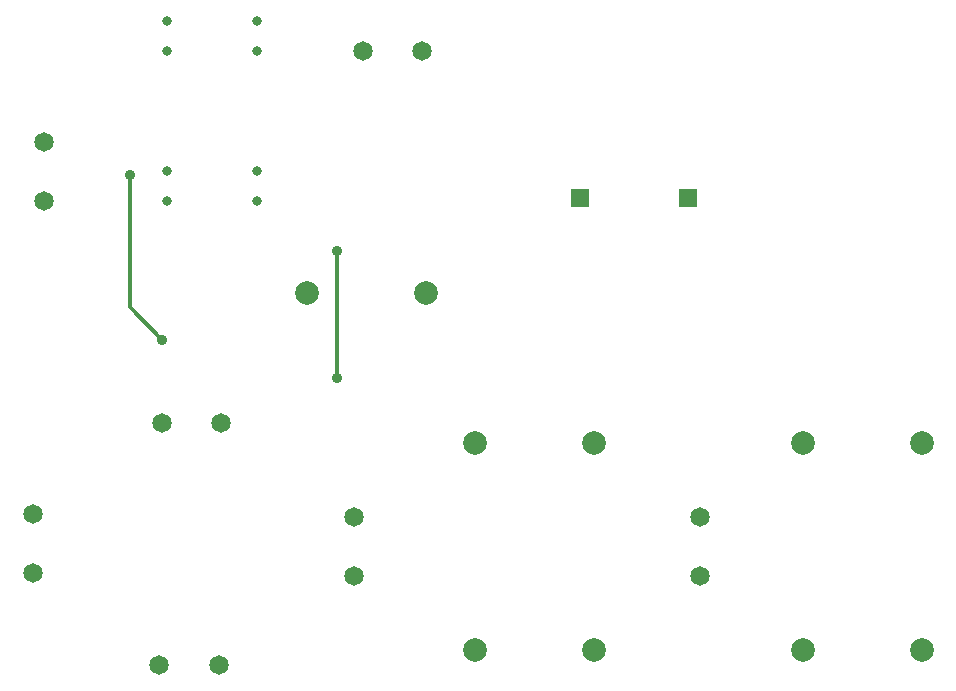
<source format=gbr>
%TF.GenerationSoftware,KiCad,Pcbnew,7.0.7*%
%TF.CreationDate,2024-05-15T22:38:26+02:00*%
%TF.ProjectId,PCB,5043422e-6b69-4636-9164-5f7063625858,rev?*%
%TF.SameCoordinates,Original*%
%TF.FileFunction,Copper,L2,Bot*%
%TF.FilePolarity,Positive*%
%FSLAX46Y46*%
G04 Gerber Fmt 4.6, Leading zero omitted, Abs format (unit mm)*
G04 Created by KiCad (PCBNEW 7.0.7) date 2024-05-15 22:38:26*
%MOMM*%
%LPD*%
G01*
G04 APERTURE LIST*
%TA.AperFunction,ComponentPad*%
%ADD10C,2.000000*%
%TD*%
%TA.AperFunction,ComponentPad*%
%ADD11R,1.524000X1.524000*%
%TD*%
%TA.AperFunction,ComponentPad*%
%ADD12C,1.650000*%
%TD*%
%TA.AperFunction,ComponentPad*%
%ADD13C,0.800000*%
%TD*%
%TA.AperFunction,ViaPad*%
%ADD14C,0.900000*%
%TD*%
%TA.AperFunction,Conductor*%
%ADD15C,0.350000*%
%TD*%
G04 APERTURE END LIST*
D10*
%TO.P,R2,2*%
%TO.N,Net-(J5-Pin_2)*%
X132597000Y-114000000D03*
%TO.P,R2,1*%
%TO.N,Net-(J4-Pin_2)*%
X122564000Y-114000000D03*
%TD*%
D11*
%TO.P,SW1,2,A*%
%TO.N,GND*%
X140572000Y-75750000D03*
%TO.P,SW1,1,A*%
%TO.N,Net-(J6-Pin_1)*%
X131428000Y-75750000D03*
%TD*%
D12*
%TO.P,J7,2*%
%TO.N,N/C*%
X86072000Y-71000000D03*
%TO.P,J7,1,Pin_1*%
%TO.N,Net-(J7-Pin_1)*%
X86072000Y-76000000D03*
%TD*%
%TO.P,J6,2,Pin_2*%
%TO.N,Net-(J6-Pin_2)*%
X113072000Y-63250000D03*
%TO.P,J6,1,Pin_1*%
%TO.N,Net-(J6-Pin_1)*%
X118072000Y-63250000D03*
%TD*%
%TO.P,J5,2,Pin_2*%
%TO.N,Net-(J5-Pin_2)*%
X141572000Y-107750000D03*
%TO.P,J5,1,Pin_1*%
%TO.N,Net-(J5-Pin_1)*%
X141572000Y-102750000D03*
%TD*%
%TO.P,J4,2,Pin_2*%
%TO.N,Net-(J4-Pin_2)*%
X112322000Y-107750000D03*
%TO.P,J4,1,Pin_1*%
%TO.N,Net-(J4-Pin_1)*%
X112322000Y-102750000D03*
%TD*%
%TO.P,J3,2,Pin_2*%
%TO.N,Net-(J1-Pin_2)*%
X95822000Y-115250000D03*
%TO.P,J3,1,Pin_1*%
%TO.N,GND*%
X100822000Y-115250000D03*
%TD*%
%TO.P,J2,1,Pin_1*%
%TO.N,GND*%
X101072000Y-94750000D03*
%TO.P,J2,2,Pin_2*%
%TO.N,Net-(J1-Pin_2)*%
X96072000Y-94750000D03*
%TD*%
%TO.P,J1,1,Pin_1*%
%TO.N,GND*%
X85072000Y-107500000D03*
%TO.P,J1,2,Pin_2*%
%TO.N,Net-(J1-Pin_2)*%
X85072000Y-102500000D03*
%TD*%
D13*
%TO.P,U3,8*%
%TO.N,Net-(J7-Pin_1)*%
X96452000Y-75950000D03*
%TO.P,U3,7*%
%TO.N,unconnected-(U3-Pad7)*%
X96452000Y-73410000D03*
%TO.P,U3,6*%
%TO.N,unconnected-(U3-Pad6)*%
X96452000Y-63250000D03*
%TO.P,U3,5*%
%TO.N,Net-(J1-Pin_2)*%
X96452000Y-60710000D03*
%TO.P,U3,4*%
%TO.N,unconnected-(U3-Pad4)*%
X104072000Y-75950000D03*
%TO.P,U3,3*%
%TO.N,GND*%
X104072000Y-73410000D03*
%TO.P,U3,2*%
%TO.N,Net-(J6-Pin_2)*%
X104072000Y-63250000D03*
%TO.P,U3,1*%
%TO.N,unconnected-(U3-Pad1)*%
X104072000Y-60710000D03*
%TD*%
D10*
%TO.P,R5,2*%
%TO.N,Net-(J6-Pin_1)*%
X118347000Y-83750000D03*
%TO.P,R5,1*%
%TO.N,Net-(J1-Pin_2)*%
X108314000Y-83750000D03*
%TD*%
%TO.P,R4,1*%
%TO.N,Net-(J5-Pin_2)*%
X150314000Y-114000000D03*
%TO.P,R4,2*%
%TO.N,GND*%
X160347000Y-114000000D03*
%TD*%
%TO.P,R3,2*%
%TO.N,GND*%
X160347000Y-96500000D03*
%TO.P,R3,1*%
%TO.N,Net-(J5-Pin_1)*%
X150314000Y-96500000D03*
%TD*%
%TO.P,R1,1*%
%TO.N,Net-(J4-Pin_1)*%
X122564000Y-96500000D03*
%TO.P,R1,2*%
%TO.N,Net-(J5-Pin_1)*%
X132597000Y-96500000D03*
%TD*%
D14*
%TO.N,GND*%
X110822000Y-80250000D03*
X110822000Y-91000000D03*
%TO.N,Net-(J1-Pin_2)*%
X96072000Y-87750000D03*
X93322000Y-73750000D03*
%TD*%
D15*
%TO.N,GND*%
X110822000Y-80250000D02*
X110822000Y-80160000D01*
X110822000Y-91000000D02*
X110822000Y-80250000D01*
%TO.N,Net-(J1-Pin_2)*%
X93322000Y-85000000D02*
X96072000Y-87750000D01*
X93322000Y-75250000D02*
X93322000Y-85000000D01*
X93322000Y-73750000D02*
X93322000Y-75250000D01*
%TD*%
M02*

</source>
